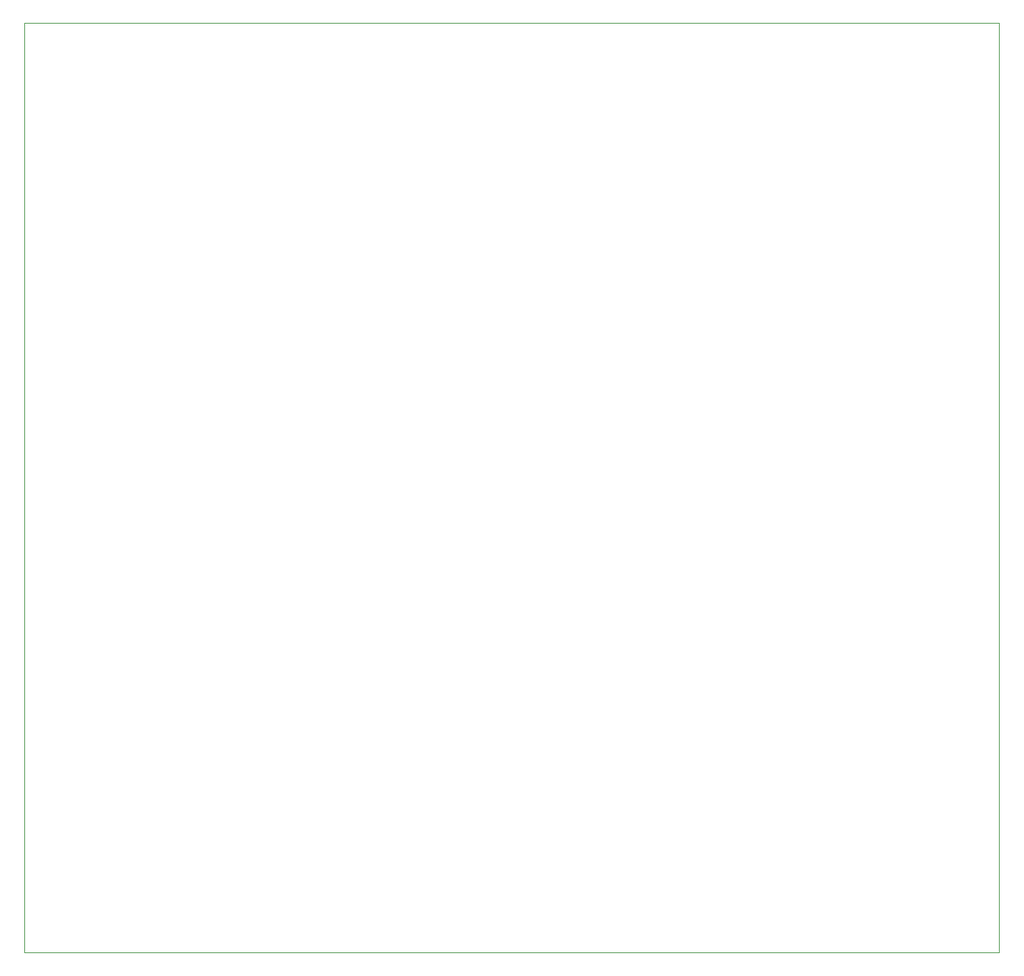
<source format=gbr>
G04 #@! TF.GenerationSoftware,KiCad,Pcbnew,(5.1.2-1)-1*
G04 #@! TF.CreationDate,2021-04-04T19:34:17-04:00*
G04 #@! TF.ProjectId,Dual Universal Slope Generator - CGS,4475616c-2055-46e6-9976-657273616c20,rev?*
G04 #@! TF.SameCoordinates,Original*
G04 #@! TF.FileFunction,Profile,NP*
%FSLAX46Y46*%
G04 Gerber Fmt 4.6, Leading zero omitted, Abs format (unit mm)*
G04 Created by KiCad (PCBNEW (5.1.2-1)-1) date 2021-04-04 19:34:17*
%MOMM*%
%LPD*%
G04 APERTURE LIST*
%ADD10C,0.050000*%
G04 APERTURE END LIST*
D10*
X127508000Y-12192000D02*
X12192000Y-12192000D01*
X127508000Y-122174000D02*
X127508000Y-12192000D01*
X12192000Y-122174000D02*
X127508000Y-122174000D01*
X12192000Y-122174000D02*
X12192000Y-12192000D01*
M02*

</source>
